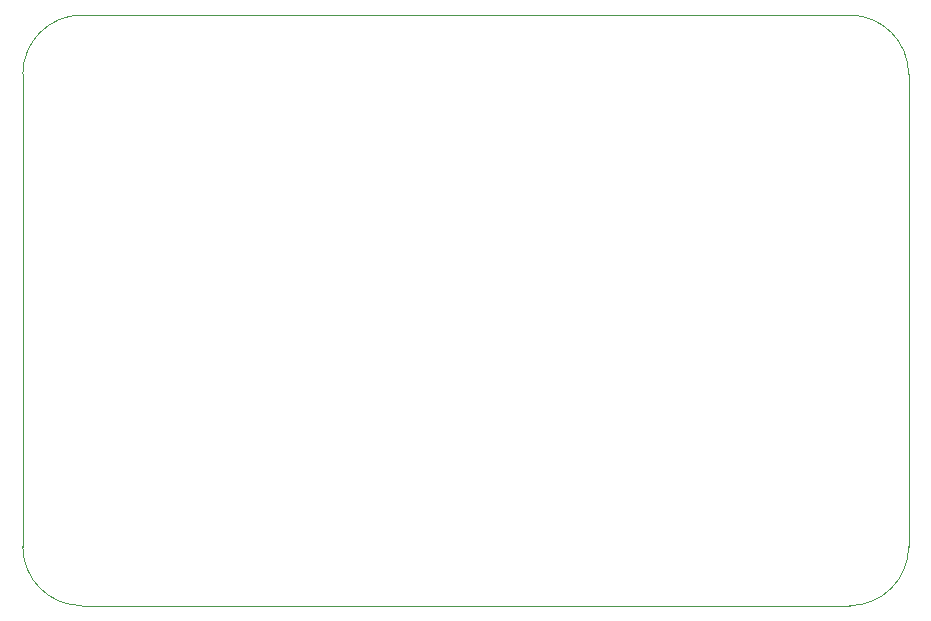
<source format=gbr>
%FSLAX45Y45*%
G04 Gerber Fmt 4.5, Leading zero omitted, Abs format (unit mm)*
G04 Created by KiCad (PCBNEW (2014-09-17 BZR 5140)-product) date Sun 28 Sep 2014 11:54:50 PM EDT*
%MOMM*%
G01*
G04 APERTURE LIST*
%ADD10C,0.100000*%
G04 APERTURE END LIST*
D10*
X23100000Y-6500000D02*
G75*
G03X22600000Y-6000000I-500000J0D01*
G74*
G01*
X22600000Y-11000000D02*
G75*
G03X23100000Y-10500000I0J500000D01*
G74*
G01*
X15600000Y-10500000D02*
G75*
G03X16100000Y-11000000I500000J0D01*
G74*
G01*
X16100000Y-6000000D02*
G75*
G03X15600000Y-6500000I0J-500000D01*
G74*
G01*
X15600000Y-10500000D02*
X15600000Y-6500000D01*
X22600000Y-11000000D02*
X16100000Y-11000000D01*
X23100000Y-6500000D02*
X23100000Y-10500000D01*
X16100000Y-6000000D02*
X22600000Y-6000000D01*
M02*

</source>
